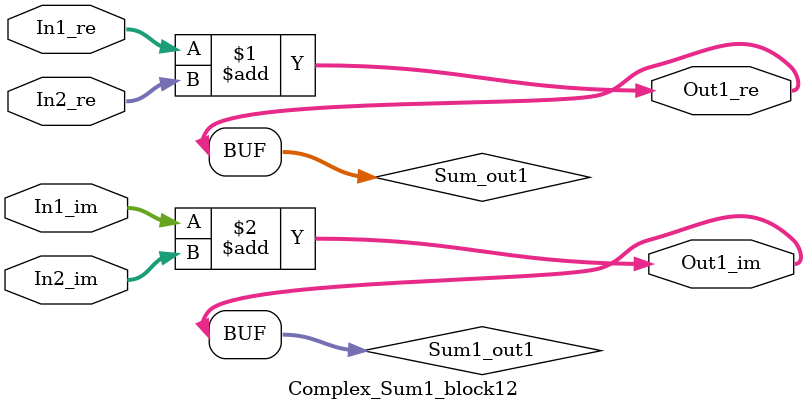
<source format=v>



`timescale 1 ns / 1 ns

module Complex_Sum1_block12
          (In1_re,
           In1_im,
           In2_re,
           In2_im,
           Out1_re,
           Out1_im);


  input   signed [36:0] In1_re;  // sfix37_En22
  input   signed [36:0] In1_im;  // sfix37_En22
  input   signed [36:0] In2_re;  // sfix37_En22
  input   signed [36:0] In2_im;  // sfix37_En22
  output  signed [36:0] Out1_re;  // sfix37_En22
  output  signed [36:0] Out1_im;  // sfix37_En22


  wire signed [36:0] Sum_out1;  // sfix37_En22
  wire signed [36:0] Sum1_out1;  // sfix37_En22


  assign Sum_out1 = In1_re + In2_re;



  assign Out1_re = Sum_out1;

  assign Sum1_out1 = In1_im + In2_im;



  assign Out1_im = Sum1_out1;

endmodule  // Complex_Sum1_block12


</source>
